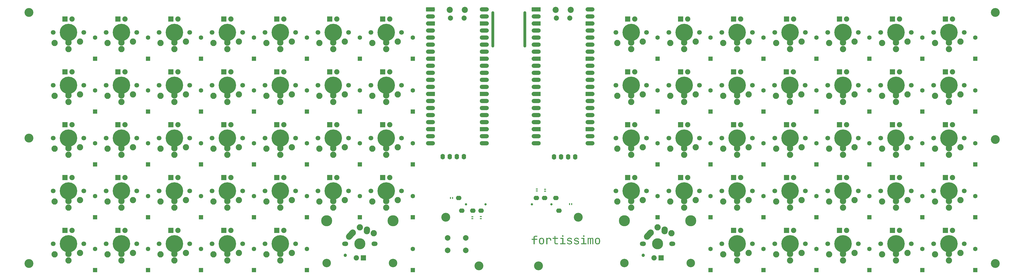
<source format=gbr>
%TF.GenerationSoftware,KiCad,Pcbnew,9.0.3*%
%TF.CreationDate,2025-07-31T16:32:47-07:00*%
%TF.ProjectId,fortissimo-ii,666f7274-6973-4736-996d-6f2d69692e6b,rev?*%
%TF.SameCoordinates,Original*%
%TF.FileFunction,Soldermask,Top*%
%TF.FilePolarity,Negative*%
%FSLAX46Y46*%
G04 Gerber Fmt 4.6, Leading zero omitted, Abs format (unit mm)*
G04 Created by KiCad (PCBNEW 9.0.3) date 2025-07-31 16:32:47*
%MOMM*%
%LPD*%
G01*
G04 APERTURE LIST*
G04 Aperture macros list*
%AMRoundRect*
0 Rectangle with rounded corners*
0 $1 Rounding radius*
0 $2 $3 $4 $5 $6 $7 $8 $9 X,Y pos of 4 corners*
0 Add a 4 corners polygon primitive as box body*
4,1,4,$2,$3,$4,$5,$6,$7,$8,$9,$2,$3,0*
0 Add four circle primitives for the rounded corners*
1,1,$1+$1,$2,$3*
1,1,$1+$1,$4,$5*
1,1,$1+$1,$6,$7*
1,1,$1+$1,$8,$9*
0 Add four rect primitives between the rounded corners*
20,1,$1+$1,$2,$3,$4,$5,0*
20,1,$1+$1,$4,$5,$6,$7,0*
20,1,$1+$1,$6,$7,$8,$9,0*
20,1,$1+$1,$8,$9,$2,$3,0*%
%AMHorizOval*
0 Thick line with rounded ends*
0 $1 width*
0 $2 $3 position (X,Y) of the first rounded end (center of the circle)*
0 $4 $5 position (X,Y) of the second rounded end (center of the circle)*
0 Add line between two ends*
20,1,$1,$2,$3,$4,$5,0*
0 Add two circle primitives to create the rounded ends*
1,1,$1,$2,$3*
1,1,$1,$4,$5*%
%AMFreePoly0*
4,1,37,0.800000,0.796148,0.878414,0.796148,1.032228,0.765552,1.177117,0.705537,1.307515,0.618408,1.418408,0.507515,1.505537,0.377117,1.565552,0.232228,1.596148,0.078414,1.596148,-0.078414,1.565552,-0.232228,1.505537,-0.377117,1.418408,-0.507515,1.307515,-0.618408,1.177117,-0.705537,1.032228,-0.765552,0.878414,-0.796148,0.800000,-0.796148,0.800000,-0.800000,-1.400000,-0.800000,
-1.403843,-0.796157,-1.439018,-0.796157,-1.511114,-0.766294,-1.566294,-0.711114,-1.596157,-0.639018,-1.596157,-0.603843,-1.600000,-0.600000,-1.600000,0.600000,-1.596157,0.603843,-1.596157,0.639018,-1.566294,0.711114,-1.511114,0.766294,-1.439018,0.796157,-1.403843,0.796157,-1.400000,0.800000,0.800000,0.800000,0.800000,0.796148,0.800000,0.796148,$1*%
%AMFreePoly1*
4,1,37,1.403843,0.796157,1.439018,0.796157,1.511114,0.766294,1.566294,0.711114,1.596157,0.639018,1.596157,0.603843,1.600000,0.600000,1.600000,-0.600000,1.596157,-0.603843,1.596157,-0.639018,1.566294,-0.711114,1.511114,-0.766294,1.439018,-0.796157,1.403843,-0.796157,1.400000,-0.800000,-0.800000,-0.800000,-0.800000,-0.796148,-0.878414,-0.796148,-1.032228,-0.765552,-1.177117,-0.705537,
-1.307515,-0.618408,-1.418408,-0.507515,-1.505537,-0.377117,-1.565552,-0.232228,-1.596148,-0.078414,-1.596148,0.078414,-1.565552,0.232228,-1.505537,0.377117,-1.418408,0.507515,-1.307515,0.618408,-1.177117,0.705537,-1.032228,0.765552,-0.878414,0.796148,-0.800000,0.796148,-0.800000,0.800000,1.400000,0.800000,1.403843,0.796157,1.403843,0.796157,$1*%
%AMFreePoly2*
4,1,37,0.603843,0.796157,0.639018,0.796157,0.711114,0.766294,0.766294,0.711114,0.796157,0.639018,0.796157,0.603843,0.800000,0.600000,0.800000,-0.600000,0.796157,-0.603843,0.796157,-0.639018,0.766294,-0.711114,0.711114,-0.766294,0.639018,-0.796157,0.603843,-0.796157,0.600000,-0.800000,0.000000,-0.800000,0.000000,-0.796148,-0.078414,-0.796148,-0.232228,-0.765552,-0.377117,-0.705537,
-0.507515,-0.618408,-0.618408,-0.507515,-0.705537,-0.377117,-0.765552,-0.232228,-0.796148,-0.078414,-0.796148,0.078414,-0.765552,0.232228,-0.705537,0.377117,-0.618408,0.507515,-0.507515,0.618408,-0.377117,0.705537,-0.232228,0.765552,-0.078414,0.796148,0.000000,0.796148,0.000000,0.800000,0.600000,0.800000,0.603843,0.796157,0.603843,0.796157,$1*%
%AMFreePoly3*
4,1,37,0.000000,0.796148,0.078414,0.796148,0.232228,0.765552,0.377117,0.705537,0.507515,0.618408,0.618408,0.507515,0.705537,0.377117,0.765552,0.232228,0.796148,0.078414,0.796148,-0.078414,0.765552,-0.232228,0.705537,-0.377117,0.618408,-0.507515,0.507515,-0.618408,0.377117,-0.705537,0.232228,-0.765552,0.078414,-0.796148,0.000000,-0.796148,0.000000,-0.800000,-0.600000,-0.800000,
-0.603843,-0.796157,-0.639018,-0.796157,-0.711114,-0.766294,-0.766294,-0.711114,-0.796157,-0.639018,-0.796157,-0.603843,-0.800000,-0.600000,-0.800000,0.600000,-0.796157,0.603843,-0.796157,0.639018,-0.766294,0.711114,-0.711114,0.766294,-0.639018,0.796157,-0.603843,0.796157,-0.600000,0.800000,0.000000,0.800000,0.000000,0.796148,0.000000,0.796148,$1*%
G04 Aperture macros list end*
%ADD10C,1.000000*%
%ADD11C,0.150000*%
%ADD12C,1.700000*%
%ADD13C,6.250000*%
%ADD14C,2.300000*%
%ADD15C,2.250000*%
%ADD16C,1.905000*%
%ADD17R,1.905000X1.905000*%
%ADD18C,0.800000*%
%ADD19O,2.000000X1.600000*%
%ADD20C,3.200000*%
%ADD21RoundRect,0.050000X0.150000X0.300000X-0.150000X0.300000X-0.150000X-0.300000X0.150000X-0.300000X0*%
%ADD22C,3.987800*%
%ADD23C,3.048000*%
%ADD24C,1.200000*%
%ADD25C,1.750000*%
%ADD26HorizOval,2.250000X0.654995X0.730004X-0.654995X-0.730004X0*%
%ADD27HorizOval,2.250000X0.019771X0.290016X-0.019771X-0.290016X0*%
%ADD28RoundRect,0.050000X0.300000X-0.150000X0.300000X0.150000X-0.300000X0.150000X-0.300000X-0.150000X0*%
%ADD29O,1.600000X2.000000*%
%ADD30RoundRect,0.050000X-0.300000X0.150000X-0.300000X-0.150000X0.300000X-0.150000X0.300000X0.150000X0*%
%ADD31RoundRect,0.050000X-0.150000X-0.300000X0.150000X-0.300000X0.150000X0.300000X-0.150000X0.300000X0*%
%ADD32C,2.000000*%
%ADD33C,2.200000*%
%ADD34C,1.850000*%
%ADD35FreePoly0,0.000000*%
%ADD36RoundRect,0.200000X-0.600000X-0.600000X0.600000X-0.600000X0.600000X0.600000X-0.600000X0.600000X0*%
%ADD37RoundRect,0.800000X-0.800000X-0.000010X0.800000X-0.000010X0.800000X0.000010X-0.800000X0.000010X0*%
%ADD38C,1.600000*%
%ADD39FreePoly1,0.000000*%
%ADD40FreePoly2,0.000000*%
%ADD41FreePoly3,0.000000*%
%ADD42RoundRect,0.250000X0.550000X-0.550000X0.550000X0.550000X-0.550000X0.550000X-0.550000X-0.550000X0*%
G04 APERTURE END LIST*
D10*
X207000000Y-26250000D02*
X207000000Y-38250000D01*
X195500000Y-26250000D02*
X195500000Y-38250000D01*
D11*
G36*
X210152355Y-109740000D02*
G01*
X210152355Y-108090628D01*
X209480809Y-108090628D01*
X209480809Y-107746428D01*
X210152355Y-107746428D01*
X210152355Y-107263743D01*
X210172782Y-107089456D01*
X210230402Y-106948645D01*
X210324363Y-106833632D01*
X210447949Y-106748907D01*
X210603158Y-106695394D01*
X210798804Y-106676095D01*
X211474380Y-106676095D01*
X211474380Y-107020294D01*
X210798804Y-107020294D01*
X210674325Y-107037695D01*
X210595098Y-107083146D01*
X210547631Y-107155202D01*
X210530076Y-107263743D01*
X210530076Y-107746428D01*
X211474380Y-107746428D01*
X211474380Y-108090628D01*
X210530076Y-108090628D01*
X210530076Y-109740000D01*
X210152355Y-109740000D01*
G37*
G36*
X213234839Y-107414619D02*
G01*
X213411164Y-107461595D01*
X213561459Y-107536505D01*
X213689968Y-107639450D01*
X213792888Y-107766876D01*
X213868475Y-107919382D01*
X213916348Y-108102020D01*
X213933417Y-108321437D01*
X213933417Y-108850284D01*
X213916316Y-109067195D01*
X213868205Y-109248854D01*
X213791963Y-109401608D01*
X213687770Y-109530256D01*
X213558145Y-109634306D01*
X213407696Y-109709758D01*
X213232392Y-109756907D01*
X213026849Y-109773522D01*
X212821206Y-109756904D01*
X212645843Y-109709751D01*
X212495368Y-109634298D01*
X212365744Y-109530256D01*
X212261636Y-109401620D01*
X212185450Y-109248870D01*
X212137371Y-109067207D01*
X212120280Y-108850284D01*
X212120280Y-108321437D01*
X212123541Y-108279488D01*
X212498002Y-108279488D01*
X212498002Y-108892233D01*
X212515780Y-109065604D01*
X212564410Y-109198100D01*
X212640701Y-109299263D01*
X212743587Y-109374380D01*
X212870082Y-109421087D01*
X213026849Y-109437749D01*
X213186296Y-109420947D01*
X213313276Y-109374123D01*
X213415012Y-109299263D01*
X213490137Y-109198264D01*
X213538130Y-109065776D01*
X213555696Y-108892233D01*
X213555696Y-108279488D01*
X213538126Y-108105820D01*
X213490130Y-107973277D01*
X213415012Y-107872274D01*
X213313276Y-107797415D01*
X213186296Y-107750591D01*
X213026849Y-107733789D01*
X212870082Y-107750451D01*
X212743587Y-107797158D01*
X212640701Y-107872274D01*
X212564418Y-107973441D01*
X212515784Y-108105992D01*
X212498002Y-108279488D01*
X212123541Y-108279488D01*
X212137339Y-108102007D01*
X212185180Y-107919365D01*
X212260712Y-107766864D01*
X212363546Y-107639450D01*
X212492054Y-107536513D01*
X212642375Y-107461602D01*
X212818759Y-107414622D01*
X213026849Y-107398016D01*
X213234839Y-107414619D01*
G37*
G36*
X214755355Y-109740000D02*
G01*
X214755355Y-107431538D01*
X215133077Y-107431538D01*
X215133077Y-107872274D01*
X215141503Y-107872274D01*
X215176489Y-107731728D01*
X215239193Y-107615794D01*
X215330364Y-107519832D01*
X215443483Y-107449884D01*
X215583806Y-107405549D01*
X215758461Y-107389590D01*
X215937119Y-107404581D01*
X216085870Y-107446735D01*
X216210334Y-107513697D01*
X216314602Y-107605744D01*
X216396066Y-107718374D01*
X216456815Y-107854961D01*
X216495725Y-108020367D01*
X216509691Y-108220687D01*
X216509691Y-108417974D01*
X216131969Y-108417974D01*
X216131969Y-108220687D01*
X216116250Y-108056534D01*
X216073755Y-107933484D01*
X216008196Y-107841810D01*
X215918541Y-107775392D01*
X215799224Y-107732668D01*
X215641041Y-107716936D01*
X215482037Y-107734422D01*
X215358857Y-107782723D01*
X215263136Y-107859635D01*
X215193954Y-107962348D01*
X215149408Y-108096439D01*
X215133077Y-108271062D01*
X215133077Y-109740000D01*
X214755355Y-109740000D01*
G37*
G36*
X218292969Y-109740000D02*
G01*
X218109340Y-109720226D01*
X217959259Y-109664465D01*
X217835380Y-109574220D01*
X217741318Y-109453978D01*
X217683714Y-109308817D01*
X217663372Y-109131468D01*
X217663372Y-107775737D01*
X217000252Y-107775737D01*
X217000252Y-107431538D01*
X217663372Y-107431538D01*
X217663372Y-106781058D01*
X218041093Y-106781058D01*
X218041093Y-107431538D01*
X218985397Y-107431538D01*
X218985397Y-107775737D01*
X218041093Y-107775737D01*
X218041093Y-109131468D01*
X218059086Y-109239755D01*
X218110336Y-109322344D01*
X218189236Y-109376876D01*
X218292969Y-109395800D01*
X218964515Y-109395800D01*
X218964515Y-109740000D01*
X218292969Y-109740000D01*
G37*
G36*
X219677459Y-109740000D02*
G01*
X219677459Y-109395800D01*
X220495734Y-109395800D01*
X220495734Y-107775737D01*
X219761357Y-107775737D01*
X219761357Y-107431538D01*
X220873456Y-107431538D01*
X220873456Y-109395800D01*
X221649965Y-109395800D01*
X221649965Y-109740000D01*
X219677459Y-109740000D01*
G37*
G36*
X220642646Y-107016081D02*
G01*
X220515205Y-106997047D01*
X220424476Y-106944823D01*
X220365387Y-106862450D01*
X220344792Y-106751749D01*
X220365507Y-106636899D01*
X220424476Y-106552264D01*
X220515396Y-106498362D01*
X220642646Y-106478808D01*
X220769896Y-106498362D01*
X220860816Y-106552264D01*
X220919927Y-106636915D01*
X220940683Y-106751749D01*
X220920048Y-106862434D01*
X220860816Y-106944823D01*
X220770087Y-106997047D01*
X220642646Y-107016081D01*
G37*
G36*
X223005146Y-109773522D02*
G01*
X222810245Y-109760963D01*
X222649237Y-109726030D01*
X222516406Y-109671741D01*
X222407056Y-109599499D01*
X222315708Y-109505153D01*
X222250242Y-109393990D01*
X222209504Y-109262644D01*
X222195115Y-109106189D01*
X222572836Y-109106189D01*
X222586044Y-109207107D01*
X222623624Y-109288860D01*
X222686043Y-109356050D01*
X222766479Y-109403817D01*
X222870668Y-109434807D01*
X223005146Y-109446175D01*
X223189794Y-109446175D01*
X223326870Y-109434531D01*
X223433024Y-109402790D01*
X223514942Y-109353852D01*
X223578298Y-109285068D01*
X223616743Y-109200057D01*
X223630347Y-109093733D01*
X223611380Y-108954651D01*
X223560465Y-108858710D01*
X223478831Y-108794066D01*
X223357588Y-108757960D01*
X222719748Y-108665636D01*
X222570828Y-108627495D01*
X222450894Y-108562436D01*
X222354483Y-108470364D01*
X222284399Y-108356077D01*
X222240233Y-108216292D01*
X222224424Y-108044466D01*
X222238324Y-107896809D01*
X222277931Y-107771215D01*
X222342054Y-107663326D01*
X222432152Y-107570207D01*
X222539581Y-107498198D01*
X222668024Y-107444527D01*
X222821547Y-107410260D01*
X223005146Y-107398016D01*
X223189794Y-107398016D01*
X223408098Y-107418014D01*
X223588116Y-107474194D01*
X223737508Y-107563796D01*
X223832184Y-107654190D01*
X223900623Y-107755295D01*
X223945205Y-107868988D01*
X223966120Y-107998304D01*
X223584185Y-107998304D01*
X223567934Y-107922392D01*
X223530347Y-107856029D01*
X223468780Y-107796803D01*
X223393607Y-107753846D01*
X223301963Y-107726669D01*
X223189794Y-107716936D01*
X223005146Y-107716936D01*
X222879213Y-107727953D01*
X222780385Y-107758195D01*
X222702896Y-107805230D01*
X222642510Y-107870571D01*
X222606355Y-107948933D01*
X222593719Y-108044466D01*
X222609152Y-108158093D01*
X222650675Y-108237018D01*
X222717296Y-108290699D01*
X222816102Y-108321437D01*
X223412177Y-108405334D01*
X223599685Y-108450580D01*
X223743353Y-108522236D01*
X223852080Y-108618410D01*
X223931151Y-108741273D01*
X223981555Y-108896742D01*
X223999825Y-109093733D01*
X223985432Y-109252319D01*
X223944663Y-109385771D01*
X223879166Y-109498969D01*
X223787883Y-109595286D01*
X223678258Y-109669425D01*
X223545321Y-109725000D01*
X223384408Y-109760699D01*
X223189794Y-109773522D01*
X223005146Y-109773522D01*
G37*
G36*
X225522801Y-109773522D02*
G01*
X225327900Y-109760963D01*
X225166893Y-109726030D01*
X225034061Y-109671741D01*
X224924712Y-109599499D01*
X224833363Y-109505153D01*
X224767897Y-109393990D01*
X224727159Y-109262644D01*
X224712770Y-109106189D01*
X225090491Y-109106189D01*
X225103699Y-109207107D01*
X225141280Y-109288860D01*
X225203698Y-109356050D01*
X225284134Y-109403817D01*
X225388323Y-109434807D01*
X225522801Y-109446175D01*
X225707449Y-109446175D01*
X225844526Y-109434531D01*
X225950679Y-109402790D01*
X226032597Y-109353852D01*
X226095953Y-109285068D01*
X226134398Y-109200057D01*
X226148002Y-109093733D01*
X226129036Y-108954651D01*
X226078120Y-108858710D01*
X225996487Y-108794066D01*
X225875244Y-108757960D01*
X225237404Y-108665636D01*
X225088483Y-108627495D01*
X224968550Y-108562436D01*
X224872138Y-108470364D01*
X224802054Y-108356077D01*
X224757889Y-108216292D01*
X224742079Y-108044466D01*
X224755979Y-107896809D01*
X224795586Y-107771215D01*
X224859709Y-107663326D01*
X224949808Y-107570207D01*
X225057236Y-107498198D01*
X225185680Y-107444527D01*
X225339203Y-107410260D01*
X225522801Y-107398016D01*
X225707449Y-107398016D01*
X225925753Y-107418014D01*
X226105771Y-107474194D01*
X226255163Y-107563796D01*
X226349839Y-107654190D01*
X226418278Y-107755295D01*
X226462860Y-107868988D01*
X226483775Y-107998304D01*
X226101840Y-107998304D01*
X226085589Y-107922392D01*
X226048003Y-107856029D01*
X225986435Y-107796803D01*
X225911263Y-107753846D01*
X225819619Y-107726669D01*
X225707449Y-107716936D01*
X225522801Y-107716936D01*
X225396868Y-107727953D01*
X225298040Y-107758195D01*
X225220551Y-107805230D01*
X225160165Y-107870571D01*
X225124010Y-107948933D01*
X225111374Y-108044466D01*
X225126807Y-108158093D01*
X225168330Y-108237018D01*
X225234951Y-108290699D01*
X225333757Y-108321437D01*
X225929832Y-108405334D01*
X226117341Y-108450580D01*
X226261009Y-108522236D01*
X226369736Y-108618410D01*
X226448806Y-108741273D01*
X226499210Y-108896742D01*
X226517480Y-109093733D01*
X226503087Y-109252319D01*
X226462318Y-109385771D01*
X226396821Y-109498969D01*
X226305539Y-109595286D01*
X226195913Y-109669425D01*
X226062976Y-109725000D01*
X225902063Y-109760699D01*
X225707449Y-109773522D01*
X225522801Y-109773522D01*
G37*
G36*
X227230425Y-109740000D02*
G01*
X227230425Y-109395800D01*
X228048700Y-109395800D01*
X228048700Y-107775737D01*
X227314323Y-107775737D01*
X227314323Y-107431538D01*
X228426421Y-107431538D01*
X228426421Y-109395800D01*
X229202930Y-109395800D01*
X229202930Y-109740000D01*
X227230425Y-109740000D01*
G37*
G36*
X228195612Y-107016081D02*
G01*
X228068170Y-106997047D01*
X227977442Y-106944823D01*
X227918352Y-106862450D01*
X227897758Y-106751749D01*
X227918473Y-106636899D01*
X227977442Y-106552264D01*
X228068362Y-106498362D01*
X228195612Y-106478808D01*
X228322862Y-106498362D01*
X228413782Y-106552264D01*
X228472893Y-106636915D01*
X228493649Y-106751749D01*
X228473014Y-106862434D01*
X228413782Y-106944823D01*
X228323053Y-106997047D01*
X228195612Y-107016081D01*
G37*
G36*
X229643117Y-109740000D02*
G01*
X229643117Y-107431538D01*
X229970464Y-107431538D01*
X229970464Y-107738002D01*
X229978890Y-107738002D01*
X230002627Y-107638972D01*
X230043809Y-107555970D01*
X230102538Y-107486127D01*
X230176186Y-107433171D01*
X230262498Y-107400887D01*
X230365038Y-107389590D01*
X230462429Y-107399811D01*
X230546794Y-107429291D01*
X230620943Y-107477883D01*
X230709862Y-107579587D01*
X230772069Y-107716936D01*
X230776282Y-107716936D01*
X230804909Y-107621068D01*
X230848916Y-107542346D01*
X230908356Y-107477883D01*
X230981414Y-107429739D01*
X231067746Y-107400046D01*
X231170856Y-107389590D01*
X231311137Y-107408607D01*
X231427315Y-107463328D01*
X231525314Y-107555369D01*
X231596806Y-107672439D01*
X231641614Y-107813819D01*
X231657571Y-107985664D01*
X231657571Y-109740000D01*
X231305129Y-109740000D01*
X231305129Y-107981451D01*
X231287135Y-107853311D01*
X231237901Y-107761083D01*
X231159502Y-107700246D01*
X231053253Y-107679200D01*
X230950580Y-107699596D01*
X230872819Y-107759068D01*
X230823662Y-107849446D01*
X230805591Y-107977238D01*
X230805591Y-109740000D01*
X230495097Y-109740000D01*
X230495097Y-107981451D01*
X230477104Y-107853311D01*
X230427869Y-107761083D01*
X230350059Y-107700046D01*
X230247435Y-107679200D01*
X230141135Y-107699791D01*
X230062787Y-107759068D01*
X230013630Y-107849446D01*
X229995560Y-107977238D01*
X229995560Y-109740000D01*
X229643117Y-109740000D01*
G37*
G36*
X233376081Y-107414619D02*
G01*
X233552406Y-107461595D01*
X233702701Y-107536505D01*
X233831210Y-107639450D01*
X233934130Y-107766876D01*
X234009717Y-107919382D01*
X234057590Y-108102020D01*
X234074659Y-108321437D01*
X234074659Y-108850284D01*
X234057558Y-109067195D01*
X234009448Y-109248854D01*
X233933205Y-109401608D01*
X233829012Y-109530256D01*
X233699387Y-109634306D01*
X233548938Y-109709758D01*
X233373634Y-109756907D01*
X233168091Y-109773522D01*
X232962448Y-109756904D01*
X232787085Y-109709751D01*
X232636610Y-109634298D01*
X232506987Y-109530256D01*
X232402879Y-109401620D01*
X232326692Y-109248870D01*
X232278613Y-109067207D01*
X232261523Y-108850284D01*
X232261523Y-108321437D01*
X232264784Y-108279488D01*
X232639244Y-108279488D01*
X232639244Y-108892233D01*
X232657022Y-109065604D01*
X232705652Y-109198100D01*
X232781943Y-109299263D01*
X232884829Y-109374380D01*
X233011325Y-109421087D01*
X233168091Y-109437749D01*
X233327538Y-109420947D01*
X233454518Y-109374123D01*
X233556254Y-109299263D01*
X233631380Y-109198264D01*
X233679372Y-109065776D01*
X233696938Y-108892233D01*
X233696938Y-108279488D01*
X233679368Y-108105820D01*
X233631372Y-107973277D01*
X233556254Y-107872274D01*
X233454518Y-107797415D01*
X233327538Y-107750591D01*
X233168091Y-107733789D01*
X233011325Y-107750451D01*
X232884829Y-107797158D01*
X232781943Y-107872274D01*
X232705660Y-107973441D01*
X232657026Y-108105992D01*
X232639244Y-108279488D01*
X232264784Y-108279488D01*
X232278581Y-108102007D01*
X232326422Y-107919365D01*
X232401954Y-107766864D01*
X232504788Y-107639450D01*
X232633296Y-107536513D01*
X232783617Y-107461602D01*
X232960001Y-107414622D01*
X233168091Y-107398016D01*
X233376081Y-107414619D01*
G37*
D12*
%TO.C,SW9*%
X56412500Y-52387500D03*
D13*
X61912500Y-52387500D03*
D14*
X61912500Y-56087500D03*
D12*
X67412500Y-52387500D03*
D15*
X61912500Y-58437500D03*
X56912500Y-56187500D03*
X66042500Y-55687500D03*
D16*
X63182500Y-47587500D03*
D17*
X60642500Y-47587500D03*
%TD*%
D12*
%TO.C,SW43*%
X258818750Y-71437500D03*
D13*
X264318750Y-71437500D03*
D14*
X264318750Y-75137500D03*
D12*
X269818750Y-71437500D03*
D15*
X264318750Y-77487500D03*
X259318750Y-75237500D03*
X268448750Y-74737500D03*
D16*
X265588750Y-66637500D03*
D17*
X263048750Y-66637500D03*
%TD*%
D12*
%TO.C,SW48*%
X277868750Y-71437500D03*
D13*
X283368750Y-71437500D03*
D14*
X283368750Y-75137500D03*
D12*
X288868750Y-71437500D03*
D15*
X283368750Y-77487500D03*
X278368750Y-75237500D03*
X287498750Y-74737500D03*
D16*
X284638750Y-66637500D03*
D17*
X282098750Y-66637500D03*
%TD*%
D12*
%TO.C,SW21*%
X151662500Y-71437500D03*
D13*
X157162500Y-71437500D03*
D14*
X157162500Y-75137500D03*
D12*
X162662500Y-71437500D03*
D15*
X157162500Y-77487500D03*
X152162500Y-75237500D03*
X161292500Y-74737500D03*
D16*
X158432500Y-66637500D03*
D17*
X155892500Y-66637500D03*
%TD*%
D18*
%TO.C,J2*%
X209550000Y-95325000D03*
X216550000Y-95325000D03*
D19*
X214150000Y-93025000D03*
X211150000Y-93025000D03*
X219250000Y-97625000D03*
X218150000Y-93025000D03*
%TD*%
D12*
%TO.C,SW26*%
X113562500Y-90487500D03*
D13*
X119062500Y-90487500D03*
D14*
X119062500Y-94187500D03*
D12*
X124562500Y-90487500D03*
D15*
X119062500Y-96537500D03*
X114062500Y-94287500D03*
X123192500Y-93787500D03*
D16*
X120332500Y-85687500D03*
D17*
X117792500Y-85687500D03*
%TD*%
D12*
%TO.C,SW29*%
X37362500Y-109537500D03*
D13*
X42862500Y-109537500D03*
D14*
X42862500Y-113237500D03*
D12*
X48362500Y-109537500D03*
D15*
X42862500Y-115587500D03*
X37862500Y-113337500D03*
X46992500Y-112837500D03*
D16*
X44132500Y-104737500D03*
D17*
X41592500Y-104737500D03*
%TD*%
D12*
%TO.C,SW52*%
X296850000Y-52387500D03*
D13*
X302350000Y-52387500D03*
D14*
X302350000Y-56087500D03*
D12*
X307850000Y-52387500D03*
D15*
X302350000Y-58437500D03*
X297350000Y-56187500D03*
X306480000Y-55687500D03*
D16*
X303620000Y-47587500D03*
D17*
X301080000Y-47587500D03*
%TD*%
D12*
%TO.C,SW61*%
X335018750Y-33337500D03*
D13*
X340518750Y-33337500D03*
D14*
X340518750Y-37037500D03*
D12*
X346018750Y-33337500D03*
D15*
X340518750Y-39387500D03*
X335518750Y-37137500D03*
X344648750Y-36637500D03*
D16*
X341788750Y-28537500D03*
D17*
X339248750Y-28537500D03*
%TD*%
D12*
%TO.C,SW64*%
X335018750Y-90487500D03*
D13*
X340518750Y-90487500D03*
D14*
X340518750Y-94187500D03*
D12*
X346018750Y-90487500D03*
D15*
X340518750Y-96537500D03*
X335518750Y-94287500D03*
X344648750Y-93787500D03*
D16*
X341788750Y-85687500D03*
D17*
X339248750Y-85687500D03*
%TD*%
D12*
%TO.C,SW56*%
X315968750Y-33337500D03*
D13*
X321468750Y-33337500D03*
D14*
X321468750Y-37037500D03*
D12*
X326968750Y-33337500D03*
D15*
X321468750Y-39387500D03*
X316468750Y-37137500D03*
X325598750Y-36637500D03*
D16*
X322738750Y-28537500D03*
D17*
X320198750Y-28537500D03*
%TD*%
D12*
%TO.C,SW62*%
X335018750Y-52387500D03*
D13*
X340518750Y-52387500D03*
D14*
X340518750Y-56087500D03*
D12*
X346018750Y-52387500D03*
D15*
X340518750Y-58437500D03*
X335518750Y-56187500D03*
X344648750Y-55687500D03*
D16*
X341788750Y-47587500D03*
D17*
X339248750Y-47587500D03*
%TD*%
D12*
%TO.C,SW2*%
X56412500Y-33337500D03*
D13*
X61912500Y-33337500D03*
D14*
X61912500Y-37037500D03*
D12*
X67412500Y-33337500D03*
D15*
X61912500Y-39387500D03*
X56912500Y-37137500D03*
X66042500Y-36637500D03*
D16*
X63182500Y-28537500D03*
D17*
X60642500Y-28537500D03*
%TD*%
D12*
%TO.C,SW54*%
X296918750Y-90487500D03*
D13*
X302418750Y-90487500D03*
D14*
X302418750Y-94187500D03*
D12*
X307918750Y-90487500D03*
D15*
X302418750Y-96537500D03*
X297418750Y-94287500D03*
X306548750Y-93787500D03*
D16*
X303688750Y-85687500D03*
D17*
X301148750Y-85687500D03*
%TD*%
D12*
%TO.C,SW31*%
X75462500Y-109537500D03*
D13*
X80962500Y-109537500D03*
D14*
X80962500Y-113237500D03*
D12*
X86462500Y-109537500D03*
D15*
X80962500Y-115587500D03*
X75962500Y-113337500D03*
X85092500Y-112837500D03*
D16*
X82232500Y-104737500D03*
D17*
X79692500Y-104737500D03*
%TD*%
D12*
%TO.C,SW65*%
X354068750Y-109537500D03*
D13*
X359568750Y-109537500D03*
D14*
X359568750Y-113237500D03*
D12*
X365068750Y-109537500D03*
D15*
X359568750Y-115587500D03*
X354568750Y-113337500D03*
X363698750Y-112837500D03*
D16*
X360838750Y-104737500D03*
D17*
X358298750Y-104737500D03*
%TD*%
D12*
%TO.C,SW25*%
X94512500Y-90487500D03*
D13*
X100012500Y-90487500D03*
D14*
X100012500Y-94187500D03*
D12*
X105512500Y-90487500D03*
D15*
X100012500Y-96537500D03*
X95012500Y-94287500D03*
X104142500Y-93787500D03*
D16*
X101282500Y-85687500D03*
D17*
X98742500Y-85687500D03*
%TD*%
D20*
%TO.C,REF\u002A\u002A*%
X376237500Y-71934375D03*
%TD*%
%TO.C,REF\u002A\u002A*%
X211931250Y-117525000D03*
%TD*%
%TO.C,REF\u002A\u002A*%
X178593750Y-100012500D03*
%TD*%
D21*
%TO.C,D72*%
X223837500Y-95250000D03*
X223137500Y-95250000D03*
%TD*%
D12*
%TO.C,SW4*%
X94512500Y-33337500D03*
D13*
X100012500Y-33337500D03*
D14*
X100012500Y-37037500D03*
D12*
X105512500Y-33337500D03*
D15*
X100012500Y-39387500D03*
X95012500Y-37137500D03*
X104142500Y-36637500D03*
D16*
X101282500Y-28537500D03*
D17*
X98742500Y-28537500D03*
%TD*%
D20*
%TO.C,REF\u002A\u002A*%
X376237500Y-26193750D03*
%TD*%
D22*
%TO.C,SW34*%
X135699500Y-101282500D03*
D23*
X135699500Y-116522500D03*
D12*
X142137500Y-109537500D03*
D24*
X142417500Y-113737500D03*
D25*
X142557500Y-109537500D03*
D22*
X147637500Y-109537500D03*
D25*
X152717500Y-109537500D03*
D12*
X153137500Y-109537500D03*
D22*
X159575500Y-101282500D03*
D23*
X159575500Y-116522500D03*
D26*
X144482495Y-106267496D03*
D15*
X145137500Y-105537500D03*
X147637500Y-103637500D03*
D27*
X150157271Y-104747484D03*
D15*
X150177500Y-104457500D03*
X152637500Y-105737500D03*
D16*
X146367500Y-114617500D03*
D17*
X148907500Y-114617500D03*
%TD*%
D20*
%TO.C,REF\u002A\u002A*%
X28575000Y-116681250D03*
%TD*%
D12*
%TO.C,SW14*%
X151662500Y-52387500D03*
D13*
X157162500Y-52387500D03*
D14*
X157162500Y-56087500D03*
D12*
X162662500Y-52387500D03*
D15*
X157162500Y-58437500D03*
X152162500Y-56187500D03*
X161292500Y-55687500D03*
D16*
X158432500Y-47587500D03*
D17*
X155892500Y-47587500D03*
%TD*%
D28*
%TO.C,D37*%
X188118750Y-100500000D03*
X188118750Y-99800000D03*
%TD*%
D12*
%TO.C,SW8*%
X37362500Y-52387500D03*
D13*
X42862500Y-52387500D03*
D14*
X42862500Y-56087500D03*
D12*
X48362500Y-52387500D03*
D15*
X42862500Y-58437500D03*
X37862500Y-56187500D03*
X46992500Y-55687500D03*
D16*
X44132500Y-47587500D03*
D17*
X41592500Y-47587500D03*
%TD*%
D12*
%TO.C,SW6*%
X132612500Y-33337500D03*
D13*
X138112500Y-33337500D03*
D14*
X138112500Y-37037500D03*
D12*
X143612500Y-33337500D03*
D15*
X138112500Y-39387500D03*
X133112500Y-37137500D03*
X142242500Y-36637500D03*
D16*
X139382500Y-28537500D03*
D17*
X136842500Y-28537500D03*
%TD*%
D12*
%TO.C,SW5*%
X113562500Y-33337500D03*
D13*
X119062500Y-33337500D03*
D14*
X119062500Y-37037500D03*
D12*
X124562500Y-33337500D03*
D15*
X119062500Y-39387500D03*
X114062500Y-37137500D03*
X123192500Y-36637500D03*
D16*
X120332500Y-28537500D03*
D17*
X117792500Y-28537500D03*
%TD*%
D12*
%TO.C,SW67*%
X354068750Y-52387500D03*
D13*
X359568750Y-52387500D03*
D14*
X359568750Y-56087500D03*
D12*
X365068750Y-52387500D03*
D15*
X359568750Y-58437500D03*
X354568750Y-56187500D03*
X363698750Y-55687500D03*
D16*
X360838750Y-47587500D03*
D17*
X358298750Y-47587500D03*
%TD*%
D29*
%TO.C,Brd2*%
X225120000Y-78225000D03*
X222580000Y-78225000D03*
X220040000Y-78225000D03*
X217500000Y-78225000D03*
%TD*%
D12*
%TO.C,SW46*%
X277868750Y-33337500D03*
D13*
X283368750Y-33337500D03*
D14*
X283368750Y-37037500D03*
D12*
X288868750Y-33337500D03*
D15*
X283368750Y-39387500D03*
X278368750Y-37137500D03*
X287498750Y-36637500D03*
D16*
X284638750Y-28537500D03*
D17*
X282098750Y-28537500D03*
%TD*%
D12*
%TO.C,SW66*%
X354068750Y-33337500D03*
D13*
X359568750Y-33337500D03*
D14*
X359568750Y-37037500D03*
D12*
X365068750Y-33337500D03*
D15*
X359568750Y-39387500D03*
X354568750Y-37137500D03*
X363698750Y-36637500D03*
D16*
X360838750Y-28537500D03*
D17*
X358298750Y-28537500D03*
%TD*%
D12*
%TO.C,SW18*%
X94512500Y-71437500D03*
D13*
X100012500Y-71437500D03*
D14*
X100012500Y-75137500D03*
D12*
X105512500Y-71437500D03*
D15*
X100012500Y-77487500D03*
X95012500Y-75237500D03*
X104142500Y-74737500D03*
D16*
X101282500Y-66637500D03*
D17*
X98742500Y-66637500D03*
%TD*%
D12*
%TO.C,SW20*%
X132612500Y-71437500D03*
D13*
X138112500Y-71437500D03*
D14*
X138112500Y-75137500D03*
D12*
X143612500Y-71437500D03*
D15*
X138112500Y-77487500D03*
X133112500Y-75237500D03*
X142242500Y-74737500D03*
D16*
X139382500Y-66637500D03*
D17*
X136842500Y-66637500D03*
%TD*%
D30*
%TO.C,D73*%
X211287500Y-89825000D03*
X211287500Y-90525000D03*
%TD*%
D12*
%TO.C,SW37*%
X239768750Y-52387500D03*
D13*
X245268750Y-52387500D03*
D14*
X245268750Y-56087500D03*
D12*
X250768750Y-52387500D03*
D15*
X245268750Y-58437500D03*
X240268750Y-56187500D03*
X249398750Y-55687500D03*
D16*
X246538750Y-47587500D03*
D17*
X243998750Y-47587500D03*
%TD*%
D12*
%TO.C,SW1*%
X37362500Y-33337500D03*
D13*
X42862500Y-33337500D03*
D14*
X42862500Y-37037500D03*
D12*
X48362500Y-33337500D03*
D15*
X42862500Y-39387500D03*
X37862500Y-37137500D03*
X46992500Y-36637500D03*
D16*
X44132500Y-28537500D03*
D17*
X41592500Y-28537500D03*
%TD*%
D12*
%TO.C,SW24*%
X75462500Y-90487500D03*
D13*
X80962500Y-90487500D03*
D14*
X80962500Y-94187500D03*
D12*
X86462500Y-90487500D03*
D15*
X80962500Y-96537500D03*
X75962500Y-94287500D03*
X85092500Y-93787500D03*
D16*
X82232500Y-85687500D03*
D17*
X79692500Y-85687500D03*
%TD*%
D12*
%TO.C,SW57*%
X315968750Y-52387500D03*
D13*
X321468750Y-52387500D03*
D14*
X321468750Y-56087500D03*
D12*
X326968750Y-52387500D03*
D15*
X321468750Y-58437500D03*
X316468750Y-56187500D03*
X325598750Y-55687500D03*
D16*
X322738750Y-47587500D03*
D17*
X320198750Y-47587500D03*
%TD*%
D12*
%TO.C,SW27*%
X132612500Y-90487500D03*
D13*
X138112500Y-90487500D03*
D14*
X138112500Y-94187500D03*
D12*
X143612500Y-90487500D03*
D15*
X138112500Y-96537500D03*
X133112500Y-94287500D03*
X142242500Y-93787500D03*
D16*
X139382500Y-85687500D03*
D17*
X136842500Y-85687500D03*
%TD*%
D28*
%TO.C,D36*%
X191143750Y-100475000D03*
X191143750Y-99775000D03*
%TD*%
D12*
%TO.C,SW68*%
X354068750Y-71437500D03*
D13*
X359568750Y-71437500D03*
D14*
X359568750Y-75137500D03*
D12*
X365068750Y-71437500D03*
D15*
X359568750Y-77487500D03*
X354568750Y-75237500D03*
X363698750Y-74737500D03*
D16*
X360838750Y-66637500D03*
D17*
X358298750Y-66637500D03*
%TD*%
D20*
%TO.C,REF\u002A\u002A*%
X28575000Y-71437500D03*
%TD*%
D12*
%TO.C,SW36*%
X239768750Y-33337500D03*
D13*
X245268750Y-33337500D03*
D14*
X245268750Y-37037500D03*
D12*
X250768750Y-33337500D03*
D15*
X245268750Y-39387500D03*
X240268750Y-37137500D03*
X249398750Y-36637500D03*
D16*
X246538750Y-28537500D03*
D17*
X243998750Y-28537500D03*
%TD*%
D12*
%TO.C,SW32*%
X94512500Y-109537500D03*
D13*
X100012500Y-109537500D03*
D14*
X100012500Y-113237500D03*
D12*
X105512500Y-109537500D03*
D15*
X100012500Y-115587500D03*
X95012500Y-113337500D03*
X104142500Y-112837500D03*
D16*
X101282500Y-104737500D03*
D17*
X98742500Y-104737500D03*
%TD*%
D20*
%TO.C,REF\u002A\u002A*%
X376237500Y-116681250D03*
%TD*%
D31*
%TO.C,D35*%
X180275000Y-93031250D03*
X180975000Y-93031250D03*
%TD*%
D12*
%TO.C,SW3*%
X75462500Y-33337500D03*
D13*
X80962500Y-33337500D03*
D14*
X80962500Y-37037500D03*
D12*
X86462500Y-33337500D03*
D15*
X80962500Y-39387500D03*
X75962500Y-37137500D03*
X85092500Y-36637500D03*
D16*
X82232500Y-28537500D03*
D17*
X79692500Y-28537500D03*
%TD*%
D12*
%TO.C,SW58*%
X315968750Y-71437500D03*
D13*
X321468750Y-71437500D03*
D14*
X321468750Y-75137500D03*
D12*
X326968750Y-71437500D03*
D15*
X321468750Y-77487500D03*
X316468750Y-75237500D03*
X325598750Y-74737500D03*
D16*
X322738750Y-66637500D03*
D17*
X320198750Y-66637500D03*
%TD*%
D12*
%TO.C,SW33*%
X113562500Y-109537500D03*
D13*
X119062500Y-109537500D03*
D14*
X119062500Y-113237500D03*
D12*
X124562500Y-109537500D03*
D15*
X119062500Y-115587500D03*
X114062500Y-113337500D03*
X123192500Y-112837500D03*
D16*
X120332500Y-104737500D03*
D17*
X117792500Y-104737500D03*
%TD*%
D12*
%TO.C,SW63*%
X335018750Y-71437500D03*
D13*
X340518750Y-71437500D03*
D14*
X340518750Y-75137500D03*
D12*
X346018750Y-71437500D03*
D15*
X340518750Y-77487500D03*
X335518750Y-75237500D03*
X344648750Y-74737500D03*
D16*
X341788750Y-66637500D03*
D17*
X339248750Y-66637500D03*
%TD*%
D30*
%TO.C,D74*%
X214312500Y-89925000D03*
X214312500Y-90625000D03*
%TD*%
D20*
%TO.C,REF\u002A\u002A*%
X226218750Y-100012500D03*
%TD*%
D18*
%TO.C,J1*%
X192881250Y-95331250D03*
X185881250Y-95331250D03*
D19*
X188281250Y-97631250D03*
X191281250Y-97631250D03*
X183181250Y-93031250D03*
X184281250Y-97631250D03*
%TD*%
D12*
%TO.C,SW53*%
X296918750Y-71437500D03*
D13*
X302418750Y-71437500D03*
D14*
X302418750Y-75137500D03*
D12*
X307918750Y-71437500D03*
D15*
X302418750Y-77487500D03*
X297418750Y-75237500D03*
X306548750Y-74737500D03*
D16*
X303688750Y-66637500D03*
D17*
X301148750Y-66637500D03*
%TD*%
D12*
%TO.C,SW22*%
X37362500Y-90487500D03*
D13*
X42862500Y-90487500D03*
D14*
X42862500Y-94187500D03*
D12*
X48362500Y-90487500D03*
D15*
X42862500Y-96537500D03*
X37862500Y-94287500D03*
X46992500Y-93787500D03*
D16*
X44132500Y-85687500D03*
D17*
X41592500Y-85687500D03*
%TD*%
D12*
%TO.C,SW60*%
X335018750Y-109537500D03*
D13*
X340518750Y-109537500D03*
D14*
X340518750Y-113237500D03*
D12*
X346018750Y-109537500D03*
D15*
X340518750Y-115587500D03*
X335518750Y-113337500D03*
X344648750Y-112837500D03*
D16*
X341788750Y-104737500D03*
D17*
X339248750Y-104737500D03*
%TD*%
D12*
%TO.C,SW44*%
X258818750Y-90487500D03*
D13*
X264318750Y-90487500D03*
D14*
X264318750Y-94187500D03*
D12*
X269818750Y-90487500D03*
D15*
X264318750Y-96537500D03*
X259318750Y-94287500D03*
X268448750Y-93787500D03*
D16*
X265588750Y-85687500D03*
D17*
X263048750Y-85687500D03*
%TD*%
D12*
%TO.C,SW11*%
X94512500Y-52387500D03*
D13*
X100012500Y-52387500D03*
D14*
X100012500Y-56087500D03*
D12*
X105512500Y-52387500D03*
D15*
X100012500Y-58437500D03*
X95012500Y-56187500D03*
X104142500Y-55687500D03*
D16*
X101282500Y-47587500D03*
D17*
X98742500Y-47587500D03*
%TD*%
D12*
%TO.C,SW39*%
X239768750Y-90487500D03*
D13*
X245268750Y-90487500D03*
D14*
X245268750Y-94187500D03*
D12*
X250768750Y-90487500D03*
D15*
X245268750Y-96537500D03*
X240268750Y-94287500D03*
X249398750Y-93787500D03*
D16*
X246538750Y-85687500D03*
D17*
X243998750Y-85687500D03*
%TD*%
D12*
%TO.C,SW7*%
X151662500Y-33337500D03*
D13*
X157162500Y-33337500D03*
D14*
X157162500Y-37037500D03*
D12*
X162662500Y-33337500D03*
D15*
X157162500Y-39387500D03*
X152162500Y-37137500D03*
X161292500Y-36637500D03*
D16*
X158432500Y-28537500D03*
D17*
X155892500Y-28537500D03*
%TD*%
D32*
%TO.C,SW35*%
X179237500Y-107418750D03*
X185737500Y-107418750D03*
X179237500Y-111918750D03*
X185737500Y-111918750D03*
%TD*%
D12*
%TO.C,SW23*%
X56412500Y-90487500D03*
D13*
X61912500Y-90487500D03*
D14*
X61912500Y-94187500D03*
D12*
X67412500Y-90487500D03*
D15*
X61912500Y-96537500D03*
X56912500Y-94287500D03*
X66042500Y-93787500D03*
D16*
X63182500Y-85687500D03*
D17*
X60642500Y-85687500D03*
%TD*%
D20*
%TO.C,REF\u002A\u002A*%
X28575000Y-26193750D03*
%TD*%
D12*
%TO.C,SW13*%
X132612500Y-52387500D03*
D13*
X138112500Y-52387500D03*
D14*
X138112500Y-56087500D03*
D12*
X143612500Y-52387500D03*
D15*
X138112500Y-58437500D03*
X133112500Y-56187500D03*
X142242500Y-55687500D03*
D16*
X139382500Y-47587500D03*
D17*
X136842500Y-47587500D03*
%TD*%
D12*
%TO.C,SW55*%
X315968750Y-109537500D03*
D13*
X321468750Y-109537500D03*
D14*
X321468750Y-113237500D03*
D12*
X326968750Y-109537500D03*
D15*
X321468750Y-115587500D03*
X316468750Y-113337500D03*
X325598750Y-112837500D03*
D16*
X322738750Y-104737500D03*
D17*
X320198750Y-104737500D03*
%TD*%
D12*
%TO.C,SW10*%
X75462500Y-52387500D03*
D13*
X80962500Y-52387500D03*
D14*
X80962500Y-56087500D03*
D12*
X86462500Y-52387500D03*
D15*
X80962500Y-58437500D03*
X75962500Y-56187500D03*
X85092500Y-55687500D03*
D16*
X82232500Y-47587500D03*
D17*
X79692500Y-47587500D03*
%TD*%
D12*
%TO.C,SW41*%
X258818750Y-33337500D03*
D13*
X264318750Y-33337500D03*
D14*
X264318750Y-37037500D03*
D12*
X269818750Y-33337500D03*
D15*
X264318750Y-39387500D03*
X259318750Y-37137500D03*
X268448750Y-36637500D03*
D16*
X265588750Y-28537500D03*
D17*
X263048750Y-28537500D03*
%TD*%
D12*
%TO.C,SW51*%
X296918750Y-33337500D03*
D13*
X302418750Y-33337500D03*
D14*
X302418750Y-37037500D03*
D12*
X307918750Y-33337500D03*
D15*
X302418750Y-39387500D03*
X297418750Y-37137500D03*
X306548750Y-36637500D03*
D16*
X303688750Y-28537500D03*
D17*
X301148750Y-28537500D03*
%TD*%
D12*
%TO.C,SW12*%
X113562500Y-52387500D03*
D13*
X119062500Y-52387500D03*
D14*
X119062500Y-56087500D03*
D12*
X124562500Y-52387500D03*
D15*
X119062500Y-58437500D03*
X114062500Y-56187500D03*
X123192500Y-55687500D03*
D16*
X120332500Y-47587500D03*
D17*
X117792500Y-47587500D03*
%TD*%
D12*
%TO.C,SW49*%
X277868750Y-90487500D03*
D13*
X283368750Y-90487500D03*
D14*
X283368750Y-94187500D03*
D12*
X288868750Y-90487500D03*
D15*
X283368750Y-96537500D03*
X278368750Y-94287500D03*
X287498750Y-93787500D03*
D16*
X284638750Y-85687500D03*
D17*
X282098750Y-85687500D03*
%TD*%
D12*
%TO.C,SW47*%
X277868750Y-52387500D03*
D13*
X283368750Y-52387500D03*
D14*
X283368750Y-56087500D03*
D12*
X288868750Y-52387500D03*
D15*
X283368750Y-58437500D03*
X278368750Y-56187500D03*
X287498750Y-55687500D03*
D16*
X284638750Y-47587500D03*
D17*
X282098750Y-47587500D03*
%TD*%
D33*
%TO.C,A1*%
X179996250Y-25190000D03*
D34*
X180296250Y-28220000D03*
X185146250Y-28220000D03*
D33*
X185446250Y-25190000D03*
D35*
X173031250Y-25060000D03*
D36*
X173831250Y-25060000D03*
D37*
X173031250Y-27600000D03*
D38*
X173831250Y-27600000D03*
D39*
X173031250Y-30140000D03*
D40*
X173831250Y-30140000D03*
D37*
X173031250Y-32680000D03*
D38*
X173831250Y-32680000D03*
D37*
X173031250Y-35220000D03*
D38*
X173831250Y-35220000D03*
D37*
X173031250Y-37760000D03*
D38*
X173831250Y-37760000D03*
D37*
X173031250Y-40300000D03*
D38*
X173831250Y-40300000D03*
D39*
X173031250Y-42840000D03*
D40*
X173831250Y-42840000D03*
D37*
X173031250Y-45380000D03*
D38*
X173831250Y-45380000D03*
D37*
X173031250Y-47920000D03*
D38*
X173831250Y-47920000D03*
D37*
X173031250Y-50460000D03*
D38*
X173831250Y-50460000D03*
D37*
X173031250Y-53000000D03*
D38*
X173831250Y-53000000D03*
D39*
X173031250Y-55540000D03*
D40*
X173831250Y-55540000D03*
D37*
X173031250Y-58080000D03*
D38*
X173831250Y-58080000D03*
D37*
X173031250Y-60620000D03*
D38*
X173831250Y-60620000D03*
D37*
X173031250Y-63160000D03*
D38*
X173831250Y-63160000D03*
D37*
X173031250Y-65700000D03*
D38*
X173831250Y-65700000D03*
D39*
X173031250Y-68240000D03*
D40*
X173831250Y-68240000D03*
D37*
X173031250Y-70780000D03*
D38*
X173831250Y-70780000D03*
D37*
X173031250Y-73320000D03*
D38*
X173831250Y-73320000D03*
X191611250Y-73320000D03*
D37*
X192411250Y-73320000D03*
D38*
X191611250Y-70780000D03*
D37*
X192411250Y-70780000D03*
D41*
X191611250Y-68240000D03*
D35*
X192411250Y-68240000D03*
D38*
X191611250Y-65700000D03*
D37*
X192411250Y-65700000D03*
D38*
X191611250Y-63160000D03*
D37*
X192411250Y-63160000D03*
D38*
X191611250Y-60620000D03*
D37*
X192411250Y-60620000D03*
D38*
X191611250Y-58080000D03*
D37*
X192411250Y-58080000D03*
D41*
X191611250Y-55540000D03*
D35*
X192411250Y-55540000D03*
D38*
X191611250Y-53000000D03*
D37*
X192411250Y-53000000D03*
D38*
X191611250Y-50460000D03*
D37*
X192411250Y-50460000D03*
D38*
X191611250Y-47920000D03*
D37*
X192411250Y-47920000D03*
D38*
X191611250Y-45380000D03*
D37*
X192411250Y-45380000D03*
D41*
X191611250Y-42840000D03*
D35*
X192411250Y-42840000D03*
D38*
X191611250Y-40300000D03*
D37*
X192411250Y-40300000D03*
D38*
X191611250Y-37760000D03*
D37*
X192411250Y-37760000D03*
D38*
X191611250Y-35220000D03*
D37*
X192411250Y-35220000D03*
D38*
X191611250Y-32680000D03*
D37*
X192411250Y-32680000D03*
D41*
X191611250Y-30140000D03*
D35*
X192411250Y-30140000D03*
D38*
X191611250Y-27600000D03*
D37*
X192411250Y-27600000D03*
D38*
X191611250Y-25060000D03*
D37*
X192411250Y-25060000D03*
%TD*%
D12*
%TO.C,SW17*%
X75462500Y-71437500D03*
D13*
X80962500Y-71437500D03*
D14*
X80962500Y-75137500D03*
D12*
X86462500Y-71437500D03*
D15*
X80962500Y-77487500D03*
X75962500Y-75237500D03*
X85092500Y-74737500D03*
D16*
X82232500Y-66637500D03*
D17*
X79692500Y-66637500D03*
%TD*%
D12*
%TO.C,SW28*%
X151662500Y-90487500D03*
D13*
X157162500Y-90487500D03*
D14*
X157162500Y-94187500D03*
D12*
X162662500Y-90487500D03*
D15*
X157162500Y-96537500D03*
X152162500Y-94287500D03*
X161292500Y-93787500D03*
D16*
X158432500Y-85687500D03*
D17*
X155892500Y-85687500D03*
%TD*%
D12*
%TO.C,SW59*%
X315968750Y-90487500D03*
D13*
X321468750Y-90487500D03*
D14*
X321468750Y-94187500D03*
D12*
X326968750Y-90487500D03*
D15*
X321468750Y-96537500D03*
X316468750Y-94287500D03*
X325598750Y-93787500D03*
D16*
X322738750Y-85687500D03*
D17*
X320198750Y-85687500D03*
%TD*%
D22*
%TO.C,SW40*%
X242855750Y-101282500D03*
D23*
X242855750Y-116522500D03*
D12*
X249293750Y-109537500D03*
D24*
X249573750Y-113737500D03*
D25*
X249713750Y-109537500D03*
D22*
X254793750Y-109537500D03*
D25*
X259873750Y-109537500D03*
D12*
X260293750Y-109537500D03*
D22*
X266731750Y-101282500D03*
D23*
X266731750Y-116522500D03*
D26*
X251638745Y-106267496D03*
D15*
X252293750Y-105537500D03*
X254793750Y-103637500D03*
D27*
X257313521Y-104747484D03*
D15*
X257333750Y-104457500D03*
X259793750Y-105737500D03*
D16*
X253523750Y-114617500D03*
D17*
X256063750Y-114617500D03*
%TD*%
D12*
%TO.C,SW19*%
X113562500Y-71437500D03*
D13*
X119062500Y-71437500D03*
D14*
X119062500Y-75137500D03*
D12*
X124562500Y-71437500D03*
D15*
X119062500Y-77487500D03*
X114062500Y-75237500D03*
X123192500Y-74737500D03*
D16*
X120332500Y-66637500D03*
D17*
X117792500Y-66637500D03*
%TD*%
D20*
%TO.C,REF\u002A\u002A*%
X190500000Y-117500000D03*
%TD*%
D12*
%TO.C,SW16*%
X56412500Y-71437500D03*
D13*
X61912500Y-71437500D03*
D14*
X61912500Y-75137500D03*
D12*
X67412500Y-71437500D03*
D15*
X61912500Y-77487500D03*
X56912500Y-75237500D03*
X66042500Y-74737500D03*
D16*
X63182500Y-66637500D03*
D17*
X60642500Y-66637500D03*
%TD*%
D33*
%TO.C,A2*%
X218065000Y-25190000D03*
D34*
X218365000Y-28220000D03*
X223215000Y-28220000D03*
D33*
X223515000Y-25190000D03*
D35*
X211100000Y-25060000D03*
D36*
X211900000Y-25060000D03*
D37*
X211100000Y-27600000D03*
D38*
X211900000Y-27600000D03*
D39*
X211100000Y-30140000D03*
D40*
X211900000Y-30140000D03*
D37*
X211100000Y-32680000D03*
D38*
X211900000Y-32680000D03*
D37*
X211100000Y-35220000D03*
D38*
X211900000Y-35220000D03*
D37*
X211100000Y-37760000D03*
D38*
X211900000Y-37760000D03*
D37*
X211100000Y-40300000D03*
D38*
X211900000Y-40300000D03*
D39*
X211100000Y-42840000D03*
D40*
X211900000Y-42840000D03*
D37*
X211100000Y-45380000D03*
D38*
X211900000Y-45380000D03*
D37*
X211100000Y-47920000D03*
D38*
X211900000Y-47920000D03*
D37*
X211100000Y-50460000D03*
D38*
X211900000Y-50460000D03*
D37*
X211100000Y-53000000D03*
D38*
X211900000Y-53000000D03*
D39*
X211100000Y-55540000D03*
D40*
X211900000Y-55540000D03*
D37*
X211100000Y-58080000D03*
D38*
X211900000Y-58080000D03*
D37*
X211100000Y-60620000D03*
D38*
X211900000Y-60620000D03*
D37*
X211100000Y-63160000D03*
D38*
X211900000Y-63160000D03*
D37*
X211100000Y-65700000D03*
D38*
X211900000Y-65700000D03*
D39*
X211100000Y-68240000D03*
D40*
X211900000Y-68240000D03*
D37*
X211100000Y-70780000D03*
D38*
X211900000Y-70780000D03*
D37*
X211100000Y-73320000D03*
D38*
X211900000Y-73320000D03*
X229680000Y-73320000D03*
D37*
X230480000Y-73320000D03*
D38*
X229680000Y-70780000D03*
D37*
X230480000Y-70780000D03*
D41*
X229680000Y-68240000D03*
D35*
X230480000Y-68240000D03*
D38*
X229680000Y-65700000D03*
D37*
X230480000Y-65700000D03*
D38*
X229680000Y-63160000D03*
D37*
X230480000Y-63160000D03*
D38*
X229680000Y-60620000D03*
D37*
X230480000Y-60620000D03*
D38*
X229680000Y-58080000D03*
D37*
X230480000Y-58080000D03*
D41*
X229680000Y-55540000D03*
D35*
X230480000Y-55540000D03*
D38*
X229680000Y-53000000D03*
D37*
X230480000Y-53000000D03*
D38*
X229680000Y-50460000D03*
D37*
X230480000Y-50460000D03*
D38*
X229680000Y-47920000D03*
D37*
X230480000Y-47920000D03*
D38*
X229680000Y-45380000D03*
D37*
X230480000Y-45380000D03*
D41*
X229680000Y-42840000D03*
D35*
X230480000Y-42840000D03*
D38*
X229680000Y-40300000D03*
D37*
X230480000Y-40300000D03*
D38*
X229680000Y-37760000D03*
D37*
X230480000Y-37760000D03*
D38*
X229680000Y-35220000D03*
D37*
X230480000Y-35220000D03*
D38*
X229680000Y-32680000D03*
D37*
X230480000Y-32680000D03*
D41*
X229680000Y-30140000D03*
D35*
X230480000Y-30140000D03*
D38*
X229680000Y-27600000D03*
D37*
X230480000Y-27600000D03*
D38*
X229680000Y-25060000D03*
D37*
X230480000Y-25060000D03*
%TD*%
D12*
%TO.C,SW42*%
X258818750Y-52387500D03*
D13*
X264318750Y-52387500D03*
D14*
X264318750Y-56087500D03*
D12*
X269818750Y-52387500D03*
D15*
X264318750Y-58437500D03*
X259318750Y-56187500D03*
X268448750Y-55687500D03*
D16*
X265588750Y-47587500D03*
D17*
X263048750Y-47587500D03*
%TD*%
D12*
%TO.C,SW50*%
X296918750Y-109537500D03*
D13*
X302418750Y-109537500D03*
D14*
X302418750Y-113237500D03*
D12*
X307918750Y-109537500D03*
D15*
X302418750Y-115587500D03*
X297418750Y-113337500D03*
X306548750Y-112837500D03*
D16*
X303688750Y-104737500D03*
D17*
X301148750Y-104737500D03*
%TD*%
D12*
%TO.C,SW38*%
X239768750Y-71437500D03*
D13*
X245268750Y-71437500D03*
D14*
X245268750Y-75137500D03*
D12*
X250768750Y-71437500D03*
D15*
X245268750Y-77487500D03*
X240268750Y-75237500D03*
X249398750Y-74737500D03*
D16*
X246538750Y-66637500D03*
D17*
X243998750Y-66637500D03*
%TD*%
D12*
%TO.C,SW15*%
X37362500Y-71437500D03*
D13*
X42862500Y-71437500D03*
D14*
X42862500Y-75137500D03*
D12*
X48362500Y-71437500D03*
D15*
X42862500Y-77487500D03*
X37862500Y-75237500D03*
X46992500Y-74737500D03*
D16*
X44132500Y-66637500D03*
D17*
X41592500Y-66637500D03*
%TD*%
D12*
%TO.C,SW30*%
X56412500Y-109537500D03*
D13*
X61912500Y-109537500D03*
D14*
X61912500Y-113237500D03*
D12*
X67412500Y-109537500D03*
D15*
X61912500Y-115587500D03*
X56912500Y-113337500D03*
X66042500Y-112837500D03*
D16*
X63182500Y-104737500D03*
D17*
X60642500Y-104737500D03*
%TD*%
D29*
%TO.C,Brd1*%
X185120000Y-78176400D03*
X182580000Y-78176400D03*
X180040000Y-78176400D03*
X177500000Y-78176400D03*
%TD*%
D12*
%TO.C,SW45*%
X277868750Y-109537500D03*
D13*
X283368750Y-109537500D03*
D14*
X283368750Y-113237500D03*
D12*
X288868750Y-109537500D03*
D15*
X283368750Y-115587500D03*
X278368750Y-113337500D03*
X287498750Y-112837500D03*
D16*
X284638750Y-104737500D03*
D17*
X282098750Y-104737500D03*
%TD*%
D12*
%TO.C,SW69*%
X354068750Y-90487500D03*
D13*
X359568750Y-90487500D03*
D14*
X359568750Y-94187500D03*
D12*
X365068750Y-90487500D03*
D15*
X359568750Y-96537500D03*
X354568750Y-94287500D03*
X363698750Y-93787500D03*
D16*
X360838750Y-85687500D03*
D17*
X358298750Y-85687500D03*
%TD*%
D42*
%TO.C,D10*%
X90487500Y-61912500D03*
D38*
X90487500Y-54292500D03*
%TD*%
D42*
%TO.C,D23*%
X71437500Y-100012500D03*
D38*
X71437500Y-92392500D03*
%TD*%
D42*
%TO.C,D21*%
X166687500Y-80962500D03*
D38*
X166687500Y-73342500D03*
%TD*%
D42*
%TO.C,D27*%
X147637500Y-100012500D03*
D38*
X147637500Y-92392500D03*
%TD*%
D42*
%TO.C,D58*%
X330993750Y-42862500D03*
D38*
X330993750Y-35242500D03*
%TD*%
D42*
%TO.C,D11*%
X109537500Y-61912500D03*
D38*
X109537500Y-54292500D03*
%TD*%
D42*
%TO.C,D12*%
X128587500Y-61912500D03*
D38*
X128587500Y-54292500D03*
%TD*%
D42*
%TO.C,D70*%
X369093750Y-80962500D03*
D38*
X369093750Y-73342500D03*
%TD*%
D42*
%TO.C,D8*%
X52387500Y-61912500D03*
D38*
X52387500Y-54292500D03*
%TD*%
D42*
%TO.C,D15*%
X52387500Y-80962500D03*
D38*
X52387500Y-73342500D03*
%TD*%
D42*
%TO.C,D43*%
X273843750Y-42862500D03*
D38*
X273843750Y-35242500D03*
%TD*%
D42*
%TO.C,D13*%
X147637500Y-61912500D03*
D38*
X147637500Y-54292500D03*
%TD*%
D42*
%TO.C,D25*%
X109537500Y-100012500D03*
D38*
X109537500Y-92392500D03*
%TD*%
D42*
%TO.C,D14*%
X166687500Y-61912500D03*
D38*
X166687500Y-54292500D03*
%TD*%
D42*
%TO.C,D51*%
X292893750Y-100012500D03*
D38*
X292893750Y-92392500D03*
%TD*%
D42*
%TO.C,D46*%
X273843750Y-100012500D03*
D38*
X273843750Y-92392500D03*
%TD*%
D42*
%TO.C,D26*%
X128587500Y-100012500D03*
D38*
X128587500Y-92392500D03*
%TD*%
D42*
%TO.C,D19*%
X128587500Y-80962500D03*
D38*
X128587500Y-73342500D03*
%TD*%
D42*
%TO.C,D16*%
X71437500Y-80962500D03*
D38*
X71437500Y-73342500D03*
%TD*%
D42*
%TO.C,D28*%
X166687500Y-100012500D03*
D38*
X166687500Y-92392500D03*
%TD*%
D42*
%TO.C,D54*%
X311943750Y-61912500D03*
D38*
X311943750Y-54292500D03*
%TD*%
D42*
%TO.C,D49*%
X292893750Y-61912500D03*
D38*
X292893750Y-54292500D03*
%TD*%
D42*
%TO.C,D60*%
X330993750Y-80962500D03*
D38*
X330993750Y-73342500D03*
%TD*%
D42*
%TO.C,D57*%
X330993750Y-119062500D03*
D38*
X330993750Y-111442500D03*
%TD*%
D42*
%TO.C,D31*%
X90487500Y-119062500D03*
D38*
X90487500Y-111442500D03*
%TD*%
D42*
%TO.C,D3*%
X90487500Y-42862500D03*
D38*
X90487500Y-35242500D03*
%TD*%
D42*
%TO.C,D18*%
X109537500Y-80962500D03*
D38*
X109537500Y-73342500D03*
%TD*%
D42*
%TO.C,D64*%
X350043750Y-61912500D03*
D38*
X350043750Y-54292500D03*
%TD*%
D42*
%TO.C,D1*%
X52387500Y-42862500D03*
D38*
X52387500Y-35242500D03*
%TD*%
D42*
%TO.C,D29*%
X52387500Y-119062500D03*
D38*
X52387500Y-111442500D03*
%TD*%
D42*
%TO.C,D5*%
X128587500Y-42862500D03*
D38*
X128587500Y-35242500D03*
%TD*%
D42*
%TO.C,D63*%
X350043750Y-42862500D03*
D38*
X350043750Y-35242500D03*
%TD*%
D42*
%TO.C,D34*%
X166687500Y-119062500D03*
D38*
X166687500Y-111442500D03*
%TD*%
D42*
%TO.C,D44*%
X273843750Y-61912500D03*
D38*
X273843750Y-54292500D03*
%TD*%
D42*
%TO.C,D71*%
X369093750Y-100012500D03*
D38*
X369093750Y-92392500D03*
%TD*%
D42*
%TO.C,D38*%
X254793750Y-42862500D03*
D38*
X254793750Y-35242500D03*
%TD*%
D42*
%TO.C,D42*%
X273843750Y-119062500D03*
D38*
X273843750Y-111442500D03*
%TD*%
D42*
%TO.C,D52*%
X311943750Y-119062500D03*
D38*
X311943750Y-111442500D03*
%TD*%
D42*
%TO.C,D55*%
X311943750Y-80962500D03*
D38*
X311943750Y-73342500D03*
%TD*%
D42*
%TO.C,D17*%
X90487500Y-80962500D03*
D38*
X90487500Y-73342500D03*
%TD*%
D42*
%TO.C,D67*%
X369093750Y-119062500D03*
D38*
X369093750Y-111442500D03*
%TD*%
D42*
%TO.C,D40*%
X254793750Y-80962500D03*
D38*
X254793750Y-73342500D03*
%TD*%
D42*
%TO.C,D62*%
X350043750Y-119062500D03*
D38*
X350043750Y-111442500D03*
%TD*%
D42*
%TO.C,D47*%
X292893750Y-119062500D03*
D38*
X292893750Y-111442500D03*
%TD*%
D42*
%TO.C,D45*%
X273843750Y-80962500D03*
D38*
X273843750Y-73342500D03*
%TD*%
D42*
%TO.C,D32*%
X109537500Y-119062500D03*
D38*
X109537500Y-111442500D03*
%TD*%
D42*
%TO.C,D22*%
X52387500Y-100012500D03*
D38*
X52387500Y-92392500D03*
%TD*%
D42*
%TO.C,D9*%
X71437500Y-61912500D03*
D38*
X71437500Y-54292500D03*
%TD*%
D42*
%TO.C,D59*%
X330993750Y-61912500D03*
D38*
X330993750Y-54292500D03*
%TD*%
D42*
%TO.C,D68*%
X369093750Y-42862500D03*
D38*
X369093750Y-35242500D03*
%TD*%
D42*
%TO.C,D33*%
X128587500Y-119062500D03*
D38*
X128587500Y-111442500D03*
%TD*%
D42*
%TO.C,D30*%
X71437500Y-119062500D03*
D38*
X71437500Y-111442500D03*
%TD*%
D42*
%TO.C,D53*%
X311943750Y-42862500D03*
D38*
X311943750Y-35242500D03*
%TD*%
D42*
%TO.C,D48*%
X292893750Y-42862500D03*
D38*
X292893750Y-35242500D03*
%TD*%
D42*
%TO.C,D61*%
X330993750Y-100012500D03*
D38*
X330993750Y-92392500D03*
%TD*%
D42*
%TO.C,D2*%
X71437500Y-42862500D03*
D38*
X71437500Y-35242500D03*
%TD*%
D42*
%TO.C,D65*%
X350043750Y-80962500D03*
D38*
X350043750Y-73342500D03*
%TD*%
D42*
%TO.C,D56*%
X311943750Y-100012500D03*
D38*
X311943750Y-92392500D03*
%TD*%
D42*
%TO.C,D24*%
X90487500Y-100012500D03*
D38*
X90487500Y-92392500D03*
%TD*%
D42*
%TO.C,D69*%
X369093750Y-61912500D03*
D38*
X369093750Y-54292500D03*
%TD*%
D42*
%TO.C,D41*%
X254793750Y-100012500D03*
D38*
X254793750Y-92392500D03*
%TD*%
D42*
%TO.C,D4*%
X109537500Y-42862500D03*
D38*
X109537500Y-35242500D03*
%TD*%
D42*
%TO.C,D39*%
X254793750Y-61912500D03*
D38*
X254793750Y-54292500D03*
%TD*%
D42*
%TO.C,D7*%
X166687500Y-42862500D03*
D38*
X166687500Y-35242500D03*
%TD*%
D42*
%TO.C,D50*%
X292893750Y-80962500D03*
D38*
X292893750Y-73342500D03*
%TD*%
D42*
%TO.C,D66*%
X350043750Y-100012500D03*
D38*
X350043750Y-92392500D03*
%TD*%
D42*
%TO.C,D6*%
X147637500Y-42862500D03*
D38*
X147637500Y-35242500D03*
%TD*%
D42*
%TO.C,D20*%
X147637500Y-80962500D03*
D38*
X147637500Y-73342500D03*
%TD*%
M02*

</source>
